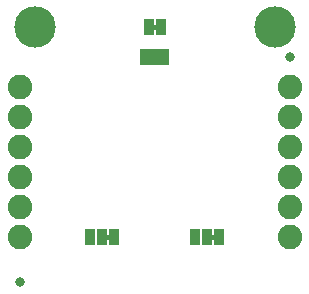
<source format=gbs>
G75*
%MOIN*%
%OFA0B0*%
%FSLAX25Y25*%
%IPPOS*%
%LPD*%
%AMOC8*
5,1,8,0,0,1.08239X$1,22.5*
%
%ADD10C,0.13800*%
%ADD11C,0.08200*%
%ADD12R,0.03300X0.05800*%
%ADD13C,0.00500*%
%ADD14C,0.03300*%
D10*
X0175833Y0145000D03*
X0255833Y0145000D03*
D11*
X0260833Y0125000D03*
X0260833Y0115000D03*
X0260833Y0105000D03*
X0260833Y0095000D03*
X0260833Y0085000D03*
X0260833Y0075000D03*
X0170833Y0075000D03*
X0170833Y0085000D03*
X0170833Y0095000D03*
X0170833Y0105000D03*
X0170833Y0115000D03*
X0170833Y0125000D03*
D12*
X0212633Y0135000D03*
X0215833Y0135000D03*
X0219033Y0135000D03*
X0217833Y0145000D03*
X0213833Y0145000D03*
X0202333Y0075000D03*
X0198333Y0075000D03*
X0194333Y0075000D03*
X0229333Y0075000D03*
X0233333Y0075000D03*
X0237333Y0075000D03*
D13*
X0236083Y0074940D02*
X0234583Y0074940D01*
X0234583Y0074500D02*
X0234583Y0075500D01*
X0236083Y0075500D01*
X0236083Y0074500D01*
X0234583Y0074500D01*
X0234583Y0075439D02*
X0236083Y0075439D01*
X0201083Y0075439D02*
X0199583Y0075439D01*
X0199583Y0075500D02*
X0199583Y0074500D01*
X0201083Y0074500D01*
X0201083Y0075500D01*
X0199583Y0075500D01*
X0199583Y0074940D02*
X0201083Y0074940D01*
X0215083Y0144500D02*
X0215083Y0145500D01*
X0216583Y0145500D01*
X0216583Y0144500D01*
X0215083Y0144500D01*
X0215083Y0144732D02*
X0216583Y0144732D01*
X0216583Y0145231D02*
X0215083Y0145231D01*
D14*
X0170833Y0060000D03*
X0260833Y0135000D03*
M02*

</source>
